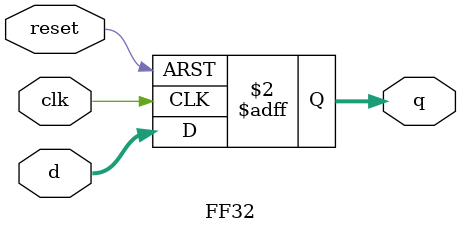
<source format=v>
module FF32 #(parameter WIDTH = 8)
              (input  clk, reset,
               input  [WIDTH-1:0] d,
               output reg [WIDTH-1:0] q);

    always @(posedge clk or posedge reset)
        if (reset) 
            q <= 0;
        else 
            q <= d;

endmodule

</source>
